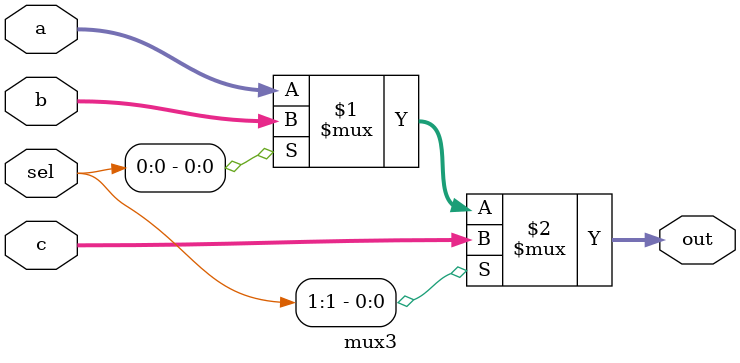
<source format=v>
module mux3 #(parameter WIDTH = 32)(
    input  [WIDTH - 1: 0] a, b, c,
    input  [1 : 0] sel,
    output [WIDTH - 1: 0] out
);

assign out = sel[1] ? c : (sel[0] ? b : a);

endmodule
</source>
